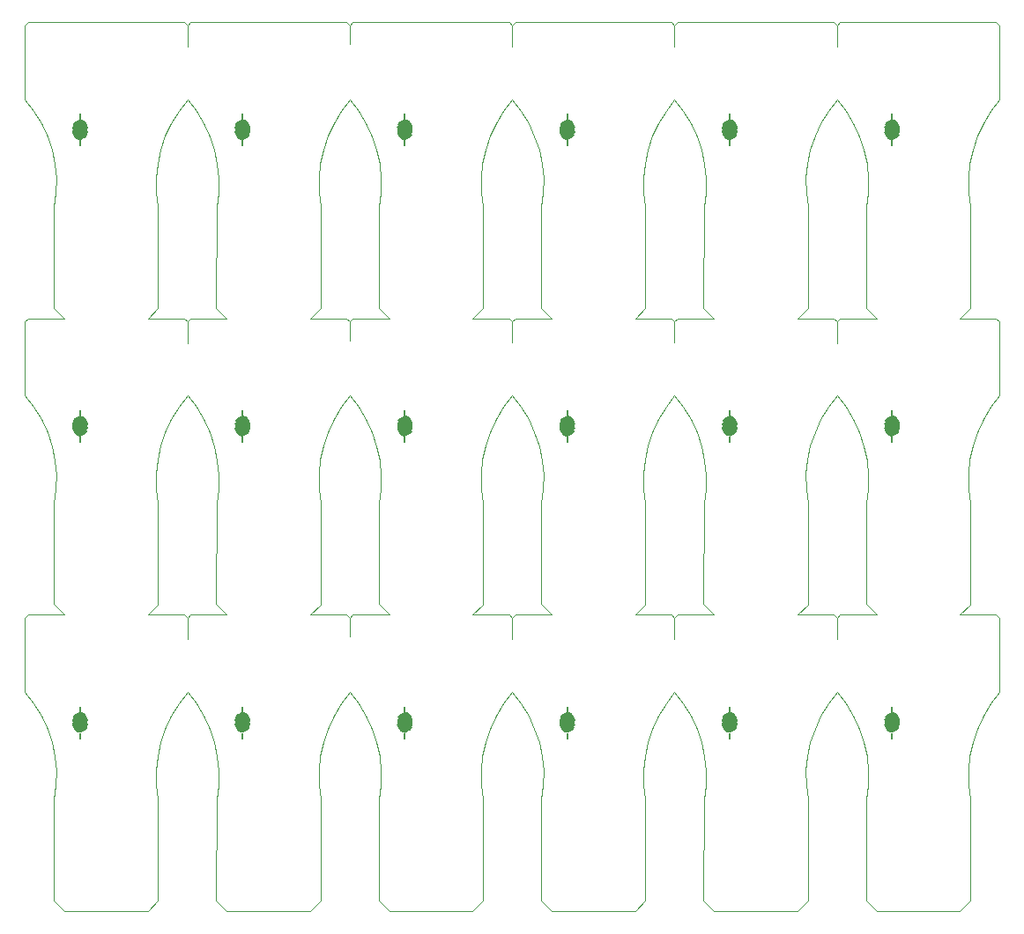
<source format=gbr>
%TF.GenerationSoftware,KiCad,Pcbnew,5.1.6-c6e7f7d~86~ubuntu18.04.1*%
%TF.CreationDate,2020-06-11T11:06:45+02:00*%
%TF.ProjectId,AVR_ISP_With_POGO_Pin_panelized_corrected,4156525f-4953-4505-9f57-6974685f504f,rev?*%
%TF.SameCoordinates,Original*%
%TF.FileFunction,Other,Comment*%
%FSLAX46Y46*%
G04 Gerber Fmt 4.6, Leading zero omitted, Abs format (unit mm)*
G04 Created by KiCad (PCBNEW 5.1.6-c6e7f7d~86~ubuntu18.04.1) date 2020-06-11 11:06:45*
%MOMM*%
%LPD*%
G01*
G04 APERTURE LIST*
%TA.AperFunction,Profile*%
%ADD10C,0.100000*%
%TD*%
%ADD11C,0.152400*%
%ADD12C,1.270000*%
G04 APERTURE END LIST*
D10*
X65601000Y-78789900D02*
X65601800Y-80846800D01*
X65300500Y-78499200D02*
X65601000Y-78789900D01*
X61802400Y-78499000D02*
X65300500Y-78499200D01*
X62801000Y-77500100D02*
X61802400Y-78499000D01*
X62801000Y-67700000D02*
X62801000Y-77500100D01*
X62632800Y-66331600D02*
X62801000Y-67700000D01*
X62617000Y-64953100D02*
X62632800Y-66331600D01*
X62753800Y-63581400D02*
X62617000Y-64953100D01*
X63041500Y-62233100D02*
X62753800Y-63581400D01*
X63476400Y-60925000D02*
X63041500Y-62233100D01*
X64053500Y-59673000D02*
X63476400Y-60925000D01*
X64765400Y-58492600D02*
X64053500Y-59673000D01*
X65601800Y-57400300D02*
X64765400Y-58492600D01*
X66446300Y-58498900D02*
X65601800Y-57400300D01*
X67162800Y-59684300D02*
X66446300Y-58498900D01*
X67742800Y-60942300D02*
X67162800Y-59684300D01*
X68178900Y-62257000D02*
X67742800Y-60942300D01*
X68465800Y-63612200D02*
X68178900Y-62257000D01*
X68599800Y-64990900D02*
X68465800Y-63612200D01*
X68579300Y-66376000D02*
X68599800Y-64990900D01*
X68404500Y-67750300D02*
X68579300Y-66376000D01*
X68381800Y-77480100D02*
X68404500Y-67750300D01*
X69400400Y-78499000D02*
X68381800Y-77480100D01*
X65902200Y-78499200D02*
X69400400Y-78499000D01*
X65601800Y-78799900D02*
X65902200Y-78499200D01*
X65601800Y-80846800D02*
X65601800Y-78799900D01*
X81203800Y-78789900D02*
X81204500Y-80606800D01*
X80903300Y-78499100D02*
X81203800Y-78789900D01*
X77405200Y-78499000D02*
X80903300Y-78499100D01*
X78403800Y-77500100D02*
X77405200Y-78499000D01*
X78403800Y-67700000D02*
X78403800Y-77500100D01*
X78235600Y-66331600D02*
X78403800Y-67700000D01*
X78219800Y-64953100D02*
X78235600Y-66331600D01*
X78356600Y-63581400D02*
X78219800Y-64953100D01*
X78644200Y-62233100D02*
X78356600Y-63581400D01*
X79079200Y-60925000D02*
X78644200Y-62233100D01*
X79656200Y-59673000D02*
X79079200Y-60925000D01*
X80368200Y-58492600D02*
X79656200Y-59673000D01*
X81204600Y-57400300D02*
X80368200Y-58492600D01*
X82049000Y-58498900D02*
X81204600Y-57400300D01*
X82765600Y-59684300D02*
X82049000Y-58498900D01*
X83345600Y-60942300D02*
X82765600Y-59684300D01*
X83781700Y-62257000D02*
X83345600Y-60942300D01*
X84068600Y-63612200D02*
X83781700Y-62257000D01*
X84202600Y-64990900D02*
X84068600Y-63612200D01*
X84182100Y-66376000D02*
X84202600Y-64990900D01*
X84007300Y-67750300D02*
X84182100Y-66376000D01*
X83984500Y-77480100D02*
X84007300Y-67750300D01*
X85003100Y-78499000D02*
X83984500Y-77480100D01*
X81505000Y-78499100D02*
X85003100Y-78499000D01*
X81204500Y-78799900D02*
X81505000Y-78499100D01*
X81204500Y-80606800D02*
X81204500Y-78799900D01*
X96806500Y-78789900D02*
X96807300Y-80811700D01*
X96506000Y-78499200D02*
X96806500Y-78789900D01*
X93007900Y-78499000D02*
X96506000Y-78499200D01*
X94006500Y-77500100D02*
X93007900Y-78499000D01*
X94006500Y-67700000D02*
X94006500Y-77500100D01*
X93838400Y-66331600D02*
X94006500Y-67700000D01*
X93822600Y-64953100D02*
X93838400Y-66331600D01*
X93959400Y-63581400D02*
X93822600Y-64953100D01*
X94247000Y-62233100D02*
X93959400Y-63581400D01*
X94682000Y-60925000D02*
X94247000Y-62233100D01*
X95259000Y-59673000D02*
X94682000Y-60925000D01*
X95970900Y-58492600D02*
X95259000Y-59673000D01*
X96807300Y-57400300D02*
X95970900Y-58492600D01*
X97651800Y-58498900D02*
X96807300Y-57400300D01*
X98368400Y-59684300D02*
X97651800Y-58498900D01*
X98948300Y-60942300D02*
X98368400Y-59684300D01*
X99384500Y-62257000D02*
X98948300Y-60942300D01*
X99671300Y-63612200D02*
X99384500Y-62257000D01*
X99805300Y-64990900D02*
X99671300Y-63612200D01*
X99784800Y-66376000D02*
X99805300Y-64990900D01*
X99610000Y-67750300D02*
X99784800Y-66376000D01*
X99587300Y-77480100D02*
X99610000Y-67750300D01*
X100605900Y-78499000D02*
X99587300Y-77480100D01*
X97107700Y-78499200D02*
X100605900Y-78499000D01*
X96807300Y-78799900D02*
X97107700Y-78499200D01*
X96807300Y-80811700D02*
X96807300Y-78799900D01*
X112409300Y-78789900D02*
X112410100Y-80830600D01*
X112108800Y-78499200D02*
X112409300Y-78789900D01*
X108610700Y-78499000D02*
X112108800Y-78499200D01*
X109609300Y-77500100D02*
X108610700Y-78499000D01*
X109609300Y-67700000D02*
X109609300Y-77500100D01*
X109441200Y-66331600D02*
X109609300Y-67700000D01*
X109425400Y-64953100D02*
X109441200Y-66331600D01*
X109562100Y-63581400D02*
X109425400Y-64953100D01*
X109849800Y-62233100D02*
X109562100Y-63581400D01*
X110284800Y-60925000D02*
X109849800Y-62233100D01*
X110861800Y-59673000D02*
X110284800Y-60925000D01*
X111573700Y-58492600D02*
X110861800Y-59673000D01*
X112410100Y-57400300D02*
X111573700Y-58492600D01*
X113254600Y-58498900D02*
X112410100Y-57400300D01*
X113971200Y-59684300D02*
X113254600Y-58498900D01*
X114551100Y-60942300D02*
X113971200Y-59684300D01*
X114987300Y-62257000D02*
X114551100Y-60942300D01*
X115274100Y-63612200D02*
X114987300Y-62257000D01*
X115408100Y-64990900D02*
X115274100Y-63612200D01*
X115387600Y-66376000D02*
X115408100Y-64990900D01*
X115212800Y-67750300D02*
X115387600Y-66376000D01*
X115190100Y-77480100D02*
X115212800Y-67750300D01*
X116208700Y-78499000D02*
X115190100Y-77480100D01*
X112710500Y-78499200D02*
X116208700Y-78499000D01*
X112410100Y-78799900D02*
X112710500Y-78499200D01*
X112410100Y-80830600D02*
X112410100Y-78799900D01*
X128012100Y-78789900D02*
X128012900Y-80849800D01*
X127711600Y-78499200D02*
X128012100Y-78789900D01*
X124213500Y-78499000D02*
X127711600Y-78499200D01*
X125212100Y-77500100D02*
X124213500Y-78499000D01*
X125212100Y-67700000D02*
X125212100Y-77500100D01*
X125043900Y-66331600D02*
X125212100Y-67700000D01*
X125028100Y-64953100D02*
X125043900Y-66331600D01*
X125164900Y-63581400D02*
X125028100Y-64953100D01*
X125452500Y-62233100D02*
X125164900Y-63581400D01*
X125887500Y-60925000D02*
X125452500Y-62233100D01*
X126464500Y-59673000D02*
X125887500Y-60925000D01*
X127176500Y-58492600D02*
X126464500Y-59673000D01*
X128012900Y-57400300D02*
X127176500Y-58492600D01*
X128857400Y-58498900D02*
X128012900Y-57400300D01*
X129573900Y-59684300D02*
X128857400Y-58498900D01*
X130153900Y-60942300D02*
X129573900Y-59684300D01*
X130590000Y-62257000D02*
X130153900Y-60942300D01*
X130876900Y-63612200D02*
X130590000Y-62257000D01*
X131010900Y-64990900D02*
X130876900Y-63612200D01*
X130990400Y-66376000D02*
X131010900Y-64990900D01*
X130815600Y-67750300D02*
X130990400Y-66376000D01*
X130792900Y-77480100D02*
X130815600Y-67750300D01*
X131811500Y-78499000D02*
X130792900Y-77480100D01*
X128313300Y-78499200D02*
X131811500Y-78499000D01*
X128012900Y-78799900D02*
X128313300Y-78499200D01*
X128012900Y-80849800D02*
X128012900Y-78799900D01*
X65601000Y-107289900D02*
X65601800Y-109346900D01*
X65300500Y-106999200D02*
X65601000Y-107289900D01*
X61802400Y-106999000D02*
X65300500Y-106999200D01*
X62801000Y-106000100D02*
X61802400Y-106999000D01*
X62801000Y-96200000D02*
X62801000Y-106000100D01*
X62632800Y-94831600D02*
X62801000Y-96200000D01*
X62617000Y-93453100D02*
X62632800Y-94831600D01*
X62753800Y-92081400D02*
X62617000Y-93453100D01*
X63041500Y-90733200D02*
X62753800Y-92081400D01*
X63476400Y-89425000D02*
X63041500Y-90733200D01*
X64053500Y-88173100D02*
X63476400Y-89425000D01*
X64765400Y-86992600D02*
X64053500Y-88173100D01*
X65601800Y-85900300D02*
X64765400Y-86992600D01*
X66446300Y-86998900D02*
X65601800Y-85900300D01*
X67162800Y-88184300D02*
X66446300Y-86998900D01*
X67742800Y-89442300D02*
X67162800Y-88184300D01*
X68178900Y-90757000D02*
X67742800Y-89442300D01*
X68465800Y-92112200D02*
X68178900Y-90757000D01*
X68599800Y-93490900D02*
X68465800Y-92112200D01*
X68579300Y-94876000D02*
X68599800Y-93490900D01*
X68404500Y-96250300D02*
X68579300Y-94876000D01*
X68381800Y-105980100D02*
X68404500Y-96250300D01*
X69400400Y-106999000D02*
X68381800Y-105980100D01*
X65902200Y-106999200D02*
X69400400Y-106999000D01*
X65601800Y-107299900D02*
X65902200Y-106999200D01*
X65601800Y-109346900D02*
X65601800Y-107299900D01*
X81203800Y-107289900D02*
X81204500Y-109106800D01*
X80903300Y-106999100D02*
X81203800Y-107289900D01*
X77405200Y-106999000D02*
X80903300Y-106999100D01*
X78403800Y-106000100D02*
X77405200Y-106999000D01*
X78403800Y-96200000D02*
X78403800Y-106000100D01*
X78235600Y-94831600D02*
X78403800Y-96200000D01*
X78219800Y-93453100D02*
X78235600Y-94831600D01*
X78356600Y-92081400D02*
X78219800Y-93453100D01*
X78644200Y-90733200D02*
X78356600Y-92081400D01*
X79079200Y-89425000D02*
X78644200Y-90733200D01*
X79656200Y-88173100D02*
X79079200Y-89425000D01*
X80368200Y-86992600D02*
X79656200Y-88173100D01*
X81204600Y-85900300D02*
X80368200Y-86992600D01*
X82049000Y-86998900D02*
X81204600Y-85900300D01*
X82765600Y-88184300D02*
X82049000Y-86998900D01*
X83345600Y-89442300D02*
X82765600Y-88184300D01*
X83781700Y-90757000D02*
X83345600Y-89442300D01*
X84068600Y-92112200D02*
X83781700Y-90757000D01*
X84202600Y-93490900D02*
X84068600Y-92112200D01*
X84182100Y-94876000D02*
X84202600Y-93490900D01*
X84007300Y-96250300D02*
X84182100Y-94876000D01*
X83984500Y-105980100D02*
X84007300Y-96250300D01*
X85003100Y-106999000D02*
X83984500Y-105980100D01*
X81505000Y-106999100D02*
X85003100Y-106999000D01*
X81204500Y-107299900D02*
X81505000Y-106999100D01*
X81204500Y-109106800D02*
X81204500Y-107299900D01*
X96806500Y-107289900D02*
X96807300Y-109311700D01*
X96506000Y-106999200D02*
X96806500Y-107289900D01*
X93007900Y-106999000D02*
X96506000Y-106999200D01*
X94006500Y-106000100D02*
X93007900Y-106999000D01*
X94006500Y-96200000D02*
X94006500Y-106000100D01*
X93838400Y-94831600D02*
X94006500Y-96200000D01*
X93822600Y-93453100D02*
X93838400Y-94831600D01*
X93959400Y-92081400D02*
X93822600Y-93453100D01*
X94247000Y-90733200D02*
X93959400Y-92081400D01*
X94682000Y-89425000D02*
X94247000Y-90733200D01*
X95259000Y-88173100D02*
X94682000Y-89425000D01*
X95970900Y-86992600D02*
X95259000Y-88173100D01*
X96807400Y-85900300D02*
X95970900Y-86992600D01*
X97651800Y-86998900D02*
X96807400Y-85900300D01*
X98368400Y-88184300D02*
X97651800Y-86998900D01*
X98948300Y-89442300D02*
X98368400Y-88184300D01*
X99384500Y-90757000D02*
X98948300Y-89442300D01*
X99671300Y-92112200D02*
X99384500Y-90757000D01*
X99805300Y-93490900D02*
X99671300Y-92112200D01*
X99784800Y-94876000D02*
X99805300Y-93490900D01*
X99610000Y-96250300D02*
X99784800Y-94876000D01*
X99587300Y-105980100D02*
X99610000Y-96250300D01*
X100605900Y-106999000D02*
X99587300Y-105980100D01*
X97107700Y-106999200D02*
X100605900Y-106999000D01*
X96807300Y-107299900D02*
X97107700Y-106999200D01*
X96807300Y-109311700D02*
X96807300Y-107299900D01*
X112409300Y-107289900D02*
X112410100Y-109330600D01*
X112108800Y-106999200D02*
X112409300Y-107289900D01*
X108610700Y-106999000D02*
X112108800Y-106999200D01*
X109609300Y-106000100D02*
X108610700Y-106999000D01*
X109609300Y-96200000D02*
X109609300Y-106000100D01*
X109441200Y-94831600D02*
X109609300Y-96200000D01*
X109425400Y-93453100D02*
X109441200Y-94831600D01*
X109562100Y-92081400D02*
X109425400Y-93453100D01*
X109849800Y-90733200D02*
X109562100Y-92081400D01*
X110284800Y-89425000D02*
X109849800Y-90733200D01*
X110861800Y-88173100D02*
X110284800Y-89425000D01*
X111573700Y-86992600D02*
X110861800Y-88173100D01*
X112410100Y-85900300D02*
X111573700Y-86992600D01*
X113254600Y-86998900D02*
X112410100Y-85900300D01*
X113971200Y-88184300D02*
X113254600Y-86998900D01*
X114551100Y-89442300D02*
X113971200Y-88184300D01*
X114987300Y-90757000D02*
X114551100Y-89442300D01*
X115274100Y-92112200D02*
X114987300Y-90757000D01*
X115408100Y-93490900D02*
X115274100Y-92112200D01*
X115387600Y-94876000D02*
X115408100Y-93490900D01*
X115212800Y-96250300D02*
X115387600Y-94876000D01*
X115190100Y-105980100D02*
X115212800Y-96250300D01*
X116208700Y-106999000D02*
X115190100Y-105980100D01*
X112710500Y-106999200D02*
X116208700Y-106999000D01*
X112410100Y-107299900D02*
X112710500Y-106999200D01*
X112410100Y-109330600D02*
X112410100Y-107299900D01*
X128012100Y-107289900D02*
X128012900Y-109349800D01*
X127711600Y-106999200D02*
X128012100Y-107289900D01*
X124213500Y-106999000D02*
X127711600Y-106999200D01*
X125212100Y-106000100D02*
X124213500Y-106999000D01*
X125212100Y-96200000D02*
X125212100Y-106000100D01*
X125043900Y-94831600D02*
X125212100Y-96200000D01*
X125028100Y-93453100D02*
X125043900Y-94831600D01*
X125164900Y-92081400D02*
X125028100Y-93453100D01*
X125452500Y-90733200D02*
X125164900Y-92081400D01*
X125887500Y-89425000D02*
X125452500Y-90733200D01*
X126464500Y-88173100D02*
X125887500Y-89425000D01*
X127176500Y-86992600D02*
X126464500Y-88173100D01*
X128012900Y-85900300D02*
X127176500Y-86992600D01*
X128857400Y-86998900D02*
X128012900Y-85900300D01*
X129573900Y-88184300D02*
X128857400Y-86998900D01*
X130153900Y-89442300D02*
X129573900Y-88184300D01*
X130590000Y-90757000D02*
X130153900Y-89442300D01*
X130876900Y-92112200D02*
X130590000Y-90757000D01*
X131010900Y-93490900D02*
X130876900Y-92112200D01*
X130990400Y-94876000D02*
X131010900Y-93490900D01*
X130815600Y-96250300D02*
X130990400Y-94876000D01*
X130792900Y-105980100D02*
X130815600Y-96250300D01*
X131811500Y-106999000D02*
X130792900Y-105980100D01*
X128313300Y-106999200D02*
X131811500Y-106999000D01*
X128012900Y-107299900D02*
X128313300Y-106999200D01*
X128012900Y-109349800D02*
X128012900Y-107299900D01*
X140814900Y-106000100D02*
X139816300Y-106999000D01*
X140814900Y-96200000D02*
X140814900Y-106000100D01*
X140646700Y-94831600D02*
X140814900Y-96200000D01*
X140630900Y-93453100D02*
X140646700Y-94831600D01*
X140767700Y-92081400D02*
X140630900Y-93453100D01*
X141055300Y-90733200D02*
X140767700Y-92081400D01*
X141490300Y-89425000D02*
X141055300Y-90733200D01*
X142067300Y-88173100D02*
X141490300Y-89425000D01*
X142779300Y-86992600D02*
X142067300Y-88173100D01*
X143617600Y-85897500D02*
X142779300Y-86992600D01*
X143614800Y-78789500D02*
X143617600Y-85897500D01*
X143314000Y-78499000D02*
X143614800Y-78789500D01*
X139816300Y-78499000D02*
X143314000Y-78499000D01*
X140814900Y-77500100D02*
X139816300Y-78499000D01*
X140814900Y-67700000D02*
X140814900Y-77500100D01*
X140646700Y-66331600D02*
X140814900Y-67700000D01*
X140630900Y-64953100D02*
X140646700Y-66331600D01*
X140767700Y-63581400D02*
X140630900Y-64953100D01*
X141055300Y-62233100D02*
X140767700Y-63581400D01*
X141490300Y-60925000D02*
X141055300Y-62233100D01*
X142067300Y-59673000D02*
X141490300Y-60925000D01*
X142779300Y-58492600D02*
X142067300Y-59673000D01*
X143617600Y-57397500D02*
X142779300Y-58492600D01*
X143614900Y-50290000D02*
X143617600Y-57397500D01*
X143314400Y-49999200D02*
X143614900Y-50290000D01*
X128313700Y-49999000D02*
X143314400Y-49999200D01*
X128012900Y-50299900D02*
X128313700Y-49999000D01*
X128012900Y-52349800D02*
X128012900Y-50299900D01*
X128012100Y-50289900D02*
X128012900Y-52349800D01*
X127711100Y-49999000D02*
X128012100Y-50289900D01*
X112710900Y-49999000D02*
X127711100Y-49999000D01*
X112410100Y-50299900D02*
X112710900Y-49999000D01*
X112410100Y-52330600D02*
X112410100Y-50299900D01*
X112409300Y-50289900D02*
X112410100Y-52330600D01*
X112108300Y-49999000D02*
X112409300Y-50289900D01*
X97108100Y-49999000D02*
X112108300Y-49999000D01*
X96807300Y-50299900D02*
X97108100Y-49999000D01*
X96807300Y-52311700D02*
X96807300Y-50299900D01*
X96806500Y-50289900D02*
X96807300Y-52311700D01*
X96505500Y-49999000D02*
X96806500Y-50289900D01*
X81505400Y-49999000D02*
X96505500Y-49999000D01*
X81204500Y-50299900D02*
X81505400Y-49999000D01*
X81204500Y-52106800D02*
X81204500Y-50299900D01*
X81203800Y-50289900D02*
X81204500Y-52106800D01*
X80902900Y-49999000D02*
X81203800Y-50289900D01*
X65902700Y-49999000D02*
X80902900Y-49999000D01*
X65601800Y-50299900D02*
X65902700Y-49999000D01*
X65601800Y-52346800D02*
X65601800Y-50299900D01*
X65601000Y-50289900D02*
X65601800Y-52346800D01*
X65300100Y-49999000D02*
X65601000Y-50289900D01*
X50300000Y-49999000D02*
X65300100Y-49999000D01*
X49999200Y-50299400D02*
X50300000Y-49999000D01*
X49999000Y-57400200D02*
X49999200Y-50299400D01*
X50843500Y-58498900D02*
X49999000Y-57400200D01*
X51560100Y-59684300D02*
X50843500Y-58498900D01*
X52140000Y-60942300D02*
X51560100Y-59684300D01*
X52576200Y-62257000D02*
X52140000Y-60942300D01*
X52863000Y-63612200D02*
X52576200Y-62257000D01*
X52997000Y-64990900D02*
X52863000Y-63612200D01*
X52976500Y-66376000D02*
X52997000Y-64990900D01*
X52801700Y-67750300D02*
X52976500Y-66376000D01*
X52779000Y-77480100D02*
X52801700Y-67750300D01*
X53797600Y-78499000D02*
X52779000Y-77480100D01*
X50299900Y-78499000D02*
X53797600Y-78499000D01*
X49999100Y-78799500D02*
X50299900Y-78499000D01*
X49999000Y-85900100D02*
X49999100Y-78799500D01*
X50843500Y-86998900D02*
X49999000Y-85900100D01*
X51560100Y-88184300D02*
X50843500Y-86998900D01*
X52140000Y-89442300D02*
X51560100Y-88184300D01*
X52576200Y-90757000D02*
X52140000Y-89442300D01*
X52863000Y-92112200D02*
X52576200Y-90757000D01*
X52997000Y-93490900D02*
X52863000Y-92112200D01*
X52976500Y-94876000D02*
X52997000Y-93490900D01*
X52801700Y-96250300D02*
X52976500Y-94876000D01*
X52779000Y-105980100D02*
X52801700Y-96250300D01*
X53797600Y-106999000D02*
X52779000Y-105980100D01*
X50299900Y-106999000D02*
X53797600Y-106999000D01*
X49999100Y-107299500D02*
X50299900Y-106999000D01*
X49999000Y-114400000D02*
X49999100Y-107299500D01*
X50843500Y-115498900D02*
X49999000Y-114400000D01*
X51560100Y-116684300D02*
X50843500Y-115498900D01*
X52140000Y-117942300D02*
X51560100Y-116684300D01*
X52576200Y-119257100D02*
X52140000Y-117942300D01*
X52863000Y-120612200D02*
X52576200Y-119257100D01*
X52997000Y-121990900D02*
X52863000Y-120612200D01*
X52976500Y-123376000D02*
X52997000Y-121990900D01*
X52801700Y-124750300D02*
X52976500Y-123376000D01*
X52779000Y-134480100D02*
X52801700Y-124750300D01*
X53799400Y-135500800D02*
X52779000Y-134480100D01*
X61800100Y-135501000D02*
X53799400Y-135500800D01*
X62800900Y-134500500D02*
X61800100Y-135501000D01*
X62801000Y-124700000D02*
X62800900Y-134500500D01*
X62632800Y-123331600D02*
X62801000Y-124700000D01*
X62617000Y-121953100D02*
X62632800Y-123331600D01*
X62753800Y-120581400D02*
X62617000Y-121953100D01*
X63041500Y-119233200D02*
X62753800Y-120581400D01*
X63476400Y-117925000D02*
X63041500Y-119233200D01*
X64053500Y-116673100D02*
X63476400Y-117925000D01*
X64765400Y-115492600D02*
X64053500Y-116673100D01*
X65601800Y-114400300D02*
X64765400Y-115492600D01*
X66446300Y-115498900D02*
X65601800Y-114400300D01*
X67162800Y-116684300D02*
X66446300Y-115498900D01*
X67742800Y-117942300D02*
X67162800Y-116684300D01*
X68178900Y-119257100D02*
X67742800Y-117942300D01*
X68465800Y-120612200D02*
X68178900Y-119257100D01*
X68599800Y-121990900D02*
X68465800Y-120612200D01*
X68579300Y-123376000D02*
X68599800Y-121990900D01*
X68404500Y-124750300D02*
X68579300Y-123376000D01*
X68381800Y-134480100D02*
X68404500Y-124750300D01*
X69402200Y-135500800D02*
X68381800Y-134480100D01*
X77402900Y-135501000D02*
X69402200Y-135500800D01*
X78403700Y-134500500D02*
X77402900Y-135501000D01*
X78403800Y-124700000D02*
X78403700Y-134500500D01*
X78235600Y-123331600D02*
X78403800Y-124700000D01*
X78219800Y-121953100D02*
X78235600Y-123331600D01*
X78356600Y-120581400D02*
X78219800Y-121953100D01*
X78644200Y-119233200D02*
X78356600Y-120581400D01*
X79079200Y-117925000D02*
X78644200Y-119233200D01*
X79656200Y-116673100D02*
X79079200Y-117925000D01*
X80368200Y-115492600D02*
X79656200Y-116673100D01*
X81204600Y-114400300D02*
X80368200Y-115492600D01*
X82049000Y-115498900D02*
X81204600Y-114400300D01*
X82765600Y-116684300D02*
X82049000Y-115498900D01*
X83345600Y-117942300D02*
X82765600Y-116684300D01*
X83781700Y-119257100D02*
X83345600Y-117942300D01*
X84068600Y-120612200D02*
X83781700Y-119257100D01*
X84202600Y-121990900D02*
X84068600Y-120612200D01*
X84182100Y-123376000D02*
X84202600Y-121990900D01*
X84007300Y-124750300D02*
X84182100Y-123376000D01*
X83984600Y-134480500D02*
X84007300Y-124750300D01*
X85005400Y-135501000D02*
X83984600Y-134480500D01*
X93006000Y-135500900D02*
X85005400Y-135501000D01*
X94006500Y-134500100D02*
X93006000Y-135500900D01*
X94006500Y-124700000D02*
X94006500Y-134500100D01*
X93838400Y-123331600D02*
X94006500Y-124700000D01*
X93822600Y-121953100D02*
X93838400Y-123331600D01*
X93959400Y-120581400D02*
X93822600Y-121953100D01*
X94247000Y-119233200D02*
X93959400Y-120581400D01*
X94682000Y-117925000D02*
X94247000Y-119233200D01*
X95259000Y-116673100D02*
X94682000Y-117925000D01*
X95970900Y-115492600D02*
X95259000Y-116673100D01*
X96807400Y-114400300D02*
X95970900Y-115492600D01*
X97651800Y-115498900D02*
X96807400Y-114400300D01*
X98368400Y-116684300D02*
X97651800Y-115498900D01*
X98948300Y-117942300D02*
X98368400Y-116684300D01*
X99384500Y-119257100D02*
X98948300Y-117942300D01*
X99671300Y-120612200D02*
X99384500Y-119257100D01*
X99805300Y-121990900D02*
X99671300Y-120612200D01*
X99784800Y-123376000D02*
X99805300Y-121990900D01*
X99610000Y-124750300D02*
X99784800Y-123376000D01*
X99587400Y-134480500D02*
X99610000Y-124750300D01*
X100608200Y-135501000D02*
X99587400Y-134480500D01*
X108608700Y-135500900D02*
X100608200Y-135501000D01*
X109609300Y-134500100D02*
X108608700Y-135500900D01*
X109609300Y-124700000D02*
X109609300Y-134500100D01*
X109441200Y-123331600D02*
X109609300Y-124700000D01*
X109425400Y-121953100D02*
X109441200Y-123331600D01*
X109562100Y-120581400D02*
X109425400Y-121953100D01*
X109849800Y-119233200D02*
X109562100Y-120581400D01*
X110284800Y-117925000D02*
X109849800Y-119233200D01*
X110861800Y-116673100D02*
X110284800Y-117925000D01*
X111573700Y-115492600D02*
X110861800Y-116673100D01*
X112410100Y-114400300D02*
X111573700Y-115492600D01*
X113254600Y-115498900D02*
X112410100Y-114400300D01*
X113971200Y-116684300D02*
X113254600Y-115498900D01*
X114551100Y-117942300D02*
X113971200Y-116684300D01*
X114987300Y-119257100D02*
X114551100Y-117942300D01*
X115274100Y-120612200D02*
X114987300Y-119257100D01*
X115408100Y-121990900D02*
X115274100Y-120612200D01*
X115387600Y-123376000D02*
X115408100Y-121990900D01*
X115212800Y-124750300D02*
X115387600Y-123376000D01*
X115190200Y-134480500D02*
X115212800Y-124750300D01*
X116211000Y-135501000D02*
X115190200Y-134480500D01*
X124211400Y-135501000D02*
X116211000Y-135501000D01*
X125212100Y-134500100D02*
X124211400Y-135501000D01*
X125212100Y-124700000D02*
X125212100Y-134500100D01*
X125043900Y-123331600D02*
X125212100Y-124700000D01*
X125028100Y-121953100D02*
X125043900Y-123331600D01*
X125164900Y-120581400D02*
X125028100Y-121953100D01*
X125452500Y-119233200D02*
X125164900Y-120581400D01*
X125887500Y-117925000D02*
X125452500Y-119233200D01*
X126464500Y-116673100D02*
X125887500Y-117925000D01*
X127176500Y-115492600D02*
X126464500Y-116673100D01*
X128012900Y-114400300D02*
X127176500Y-115492600D01*
X128857400Y-115498900D02*
X128012900Y-114400300D01*
X129573900Y-116684300D02*
X128857400Y-115498900D01*
X130153900Y-117942300D02*
X129573900Y-116684300D01*
X130590000Y-119257100D02*
X130153900Y-117942300D01*
X130876900Y-120612200D02*
X130590000Y-119257100D01*
X131010900Y-121990900D02*
X130876900Y-120612200D01*
X130990400Y-123376000D02*
X131010900Y-121990900D01*
X130815600Y-124750300D02*
X130990400Y-123376000D01*
X130793000Y-134480500D02*
X130815600Y-124750300D01*
X131813800Y-135501000D02*
X130793000Y-134480500D01*
X139814200Y-135501000D02*
X131813800Y-135501000D01*
X140814900Y-134500100D02*
X139814200Y-135501000D01*
X140814900Y-124700000D02*
X140814900Y-134500100D01*
X140646700Y-123331600D02*
X140814900Y-124700000D01*
X140630900Y-121953100D02*
X140646700Y-123331600D01*
X140767700Y-120581400D02*
X140630900Y-121953100D01*
X141055300Y-119233200D02*
X140767700Y-120581400D01*
X141490300Y-117925000D02*
X141055300Y-119233200D01*
X142067300Y-116673100D02*
X141490300Y-117925000D01*
X142779300Y-115492600D02*
X142067300Y-116673100D01*
X143617600Y-114397400D02*
X142779300Y-115492600D01*
X143614800Y-107289500D02*
X143617600Y-114397400D01*
X143314000Y-106999000D02*
X143614800Y-107289500D01*
X139816300Y-106999000D02*
X143314000Y-106999000D01*
D11*
%TO.C,JP1*%
X133313871Y-116322027D02*
X133313871Y-115814027D01*
X133313871Y-118354027D02*
X133313871Y-118862027D01*
D12*
X133186871Y-117084027D02*
G75*
G02*
X133440871Y-117084027I127000J0D01*
G01*
X133440871Y-117592027D02*
G75*
G02*
X133186871Y-117592027I-127000J0D01*
G01*
D11*
X117711097Y-116322027D02*
X117711097Y-115814027D01*
X117711097Y-118354027D02*
X117711097Y-118862027D01*
D12*
X117584097Y-117084027D02*
G75*
G02*
X117838097Y-117084027I127000J0D01*
G01*
X117838097Y-117592027D02*
G75*
G02*
X117584097Y-117592027I-127000J0D01*
G01*
D11*
X102108323Y-116322027D02*
X102108323Y-115814027D01*
X102108323Y-118354027D02*
X102108323Y-118862027D01*
D12*
X101981323Y-117084027D02*
G75*
G02*
X102235323Y-117084027I127000J0D01*
G01*
X102235323Y-117592027D02*
G75*
G02*
X101981323Y-117592027I-127000J0D01*
G01*
D11*
X86505549Y-116322027D02*
X86505549Y-115814027D01*
X86505549Y-118354027D02*
X86505549Y-118862027D01*
D12*
X86378549Y-117084027D02*
G75*
G02*
X86632549Y-117084027I127000J0D01*
G01*
X86632549Y-117592027D02*
G75*
G02*
X86378549Y-117592027I-127000J0D01*
G01*
D11*
X70902775Y-116322027D02*
X70902775Y-115814027D01*
X70902775Y-118354027D02*
X70902775Y-118862027D01*
D12*
X70775775Y-117084027D02*
G75*
G02*
X71029775Y-117084027I127000J0D01*
G01*
X71029775Y-117592027D02*
G75*
G02*
X70775775Y-117592027I-127000J0D01*
G01*
D11*
X55300001Y-116322027D02*
X55300001Y-115814027D01*
X55300001Y-118354027D02*
X55300001Y-118862027D01*
D12*
X55173001Y-117084027D02*
G75*
G02*
X55427001Y-117084027I127000J0D01*
G01*
X55427001Y-117592027D02*
G75*
G02*
X55173001Y-117592027I-127000J0D01*
G01*
D11*
X133313871Y-87822014D02*
X133313871Y-87314014D01*
X133313871Y-89854014D02*
X133313871Y-90362014D01*
D12*
X133186871Y-88584014D02*
G75*
G02*
X133440871Y-88584014I127000J0D01*
G01*
X133440871Y-89092014D02*
G75*
G02*
X133186871Y-89092014I-127000J0D01*
G01*
D11*
X117711097Y-87822014D02*
X117711097Y-87314014D01*
X117711097Y-89854014D02*
X117711097Y-90362014D01*
D12*
X117584097Y-88584014D02*
G75*
G02*
X117838097Y-88584014I127000J0D01*
G01*
X117838097Y-89092014D02*
G75*
G02*
X117584097Y-89092014I-127000J0D01*
G01*
D11*
X102108323Y-87822014D02*
X102108323Y-87314014D01*
X102108323Y-89854014D02*
X102108323Y-90362014D01*
D12*
X101981323Y-88584014D02*
G75*
G02*
X102235323Y-88584014I127000J0D01*
G01*
X102235323Y-89092014D02*
G75*
G02*
X101981323Y-89092014I-127000J0D01*
G01*
D11*
X86505549Y-87822014D02*
X86505549Y-87314014D01*
X86505549Y-89854014D02*
X86505549Y-90362014D01*
D12*
X86378549Y-88584014D02*
G75*
G02*
X86632549Y-88584014I127000J0D01*
G01*
X86632549Y-89092014D02*
G75*
G02*
X86378549Y-89092014I-127000J0D01*
G01*
D11*
X70902775Y-87822014D02*
X70902775Y-87314014D01*
X70902775Y-89854014D02*
X70902775Y-90362014D01*
D12*
X70775775Y-88584014D02*
G75*
G02*
X71029775Y-88584014I127000J0D01*
G01*
X71029775Y-89092014D02*
G75*
G02*
X70775775Y-89092014I-127000J0D01*
G01*
D11*
X55300001Y-87822014D02*
X55300001Y-87314014D01*
X55300001Y-89854014D02*
X55300001Y-90362014D01*
D12*
X55173001Y-88584014D02*
G75*
G02*
X55427001Y-88584014I127000J0D01*
G01*
X55427001Y-89092014D02*
G75*
G02*
X55173001Y-89092014I-127000J0D01*
G01*
D11*
X133313871Y-59322001D02*
X133313871Y-58814001D01*
X133313871Y-61354001D02*
X133313871Y-61862001D01*
D12*
X133186871Y-60084001D02*
G75*
G02*
X133440871Y-60084001I127000J0D01*
G01*
X133440871Y-60592001D02*
G75*
G02*
X133186871Y-60592001I-127000J0D01*
G01*
D11*
X117711097Y-59322001D02*
X117711097Y-58814001D01*
X117711097Y-61354001D02*
X117711097Y-61862001D01*
D12*
X117584097Y-60084001D02*
G75*
G02*
X117838097Y-60084001I127000J0D01*
G01*
X117838097Y-60592001D02*
G75*
G02*
X117584097Y-60592001I-127000J0D01*
G01*
D11*
X102108323Y-59322001D02*
X102108323Y-58814001D01*
X102108323Y-61354001D02*
X102108323Y-61862001D01*
D12*
X101981323Y-60084001D02*
G75*
G02*
X102235323Y-60084001I127000J0D01*
G01*
X102235323Y-60592001D02*
G75*
G02*
X101981323Y-60592001I-127000J0D01*
G01*
D11*
X86505549Y-59322001D02*
X86505549Y-58814001D01*
X86505549Y-61354001D02*
X86505549Y-61862001D01*
D12*
X86378549Y-60084001D02*
G75*
G02*
X86632549Y-60084001I127000J0D01*
G01*
X86632549Y-60592001D02*
G75*
G02*
X86378549Y-60592001I-127000J0D01*
G01*
D11*
X70902775Y-59322001D02*
X70902775Y-58814001D01*
X70902775Y-61354001D02*
X70902775Y-61862001D01*
D12*
X70775775Y-60084001D02*
G75*
G02*
X71029775Y-60084001I127000J0D01*
G01*
X71029775Y-60592001D02*
G75*
G02*
X70775775Y-60592001I-127000J0D01*
G01*
D11*
X55300001Y-59322001D02*
X55300001Y-58814001D01*
X55300001Y-61354001D02*
X55300001Y-61862001D01*
D12*
X55173001Y-60084001D02*
G75*
G02*
X55427001Y-60084001I127000J0D01*
G01*
X55427001Y-60592001D02*
G75*
G02*
X55173001Y-60592001I-127000J0D01*
G01*
%TD*%
M02*

</source>
